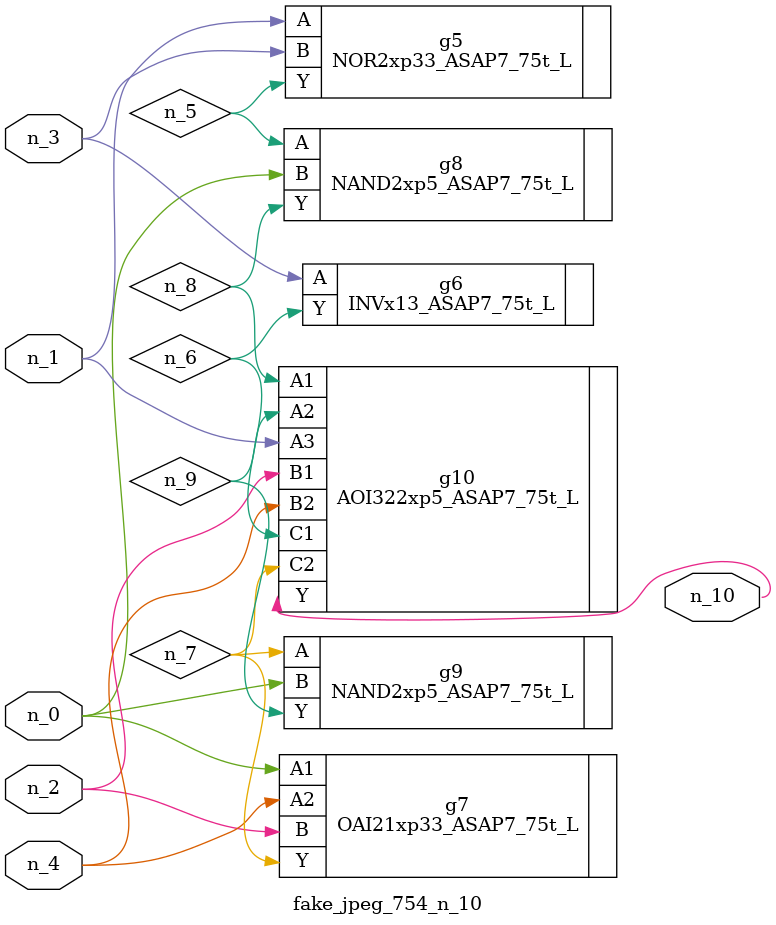
<source format=v>
module fake_jpeg_754_n_10 (n_3, n_2, n_1, n_0, n_4, n_10);

input n_3;
input n_2;
input n_1;
input n_0;
input n_4;

output n_10;

wire n_8;
wire n_9;
wire n_6;
wire n_5;
wire n_7;

NOR2xp33_ASAP7_75t_L g5 ( 
.A(n_1),
.B(n_3),
.Y(n_5)
);

INVx13_ASAP7_75t_L g6 ( 
.A(n_3),
.Y(n_6)
);

OAI21xp33_ASAP7_75t_L g7 ( 
.A1(n_0),
.A2(n_4),
.B(n_2),
.Y(n_7)
);

NAND2xp5_ASAP7_75t_L g8 ( 
.A(n_5),
.B(n_0),
.Y(n_8)
);

AOI322xp5_ASAP7_75t_L g10 ( 
.A1(n_8),
.A2(n_9),
.A3(n_1),
.B1(n_2),
.B2(n_4),
.C1(n_6),
.C2(n_7),
.Y(n_10)
);

NAND2xp5_ASAP7_75t_L g9 ( 
.A(n_7),
.B(n_0),
.Y(n_9)
);


endmodule
</source>
